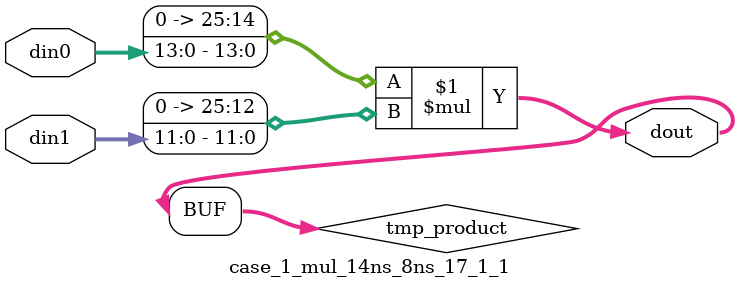
<source format=v>

`timescale 1 ns / 1 ps

 (* use_dsp = "no" *)  module case_1_mul_14ns_8ns_17_1_1(din0, din1, dout);
parameter ID = 1;
parameter NUM_STAGE = 0;
parameter din0_WIDTH = 14;
parameter din1_WIDTH = 12;
parameter dout_WIDTH = 26;

input [din0_WIDTH - 1 : 0] din0; 
input [din1_WIDTH - 1 : 0] din1; 
output [dout_WIDTH - 1 : 0] dout;

wire signed [dout_WIDTH - 1 : 0] tmp_product;
























assign tmp_product = $signed({1'b0, din0}) * $signed({1'b0, din1});











assign dout = tmp_product;





















endmodule

</source>
